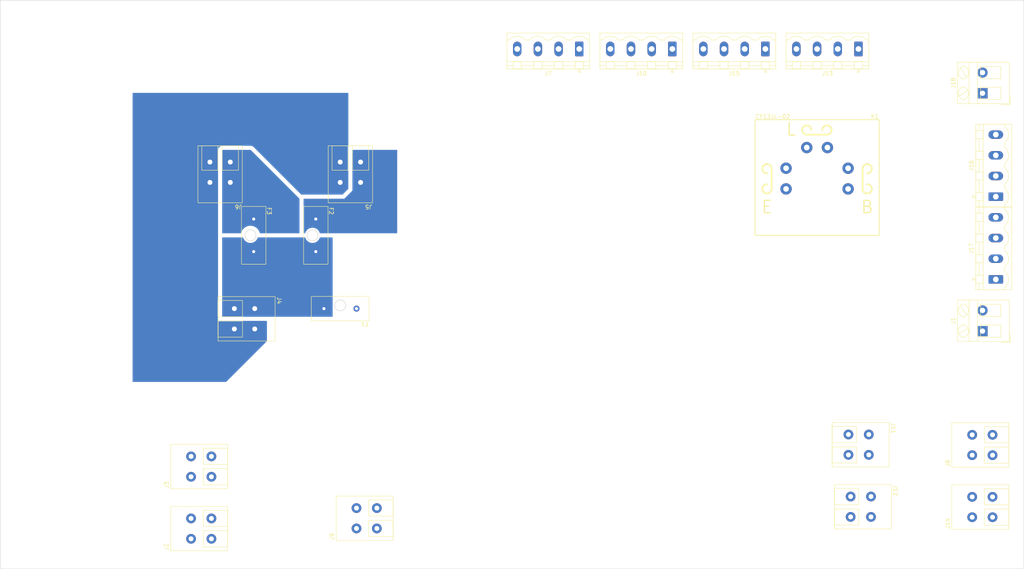
<source format=kicad_pcb>
(kicad_pcb (version 20211014) (generator pcbnew)
  (layers (0 "F.Cu" signal) (31 "B.Cu" signal) (34 "B.Paste" user) (35 "F.Paste" user) (36 "B.SilkS" user "B.Silkscreen") (37 "F.SilkS" user "F.Silkscreen") (38 "B.Mask" user) (39 "F.Mask" user) (44 "Edge.Cuts" user))
  (net 0 "")
  (net 1 "Net-(F1-Pad1)")
  (net 2 "Net-(J16-Pad3)")
  (net 3 "GND1")
  (net 4 "Net-(J12-Pad1)")
  (net 5 "Net-(J12-Pad2)")
  (net 6 "Net-(J1-Pad1)")
  (net 7 "Net-(J2-Pad1)")
  (net 8 "GND")
  (net 9 "Net-(F1-Pad2)")
  (net 10 "Net-(F2-Pad1)")
  (net 11 "Net-(F3-Pad1)")
  (net 12 "Net-(J11-Pad1)")
  (net 13 "Net-(J11-Pad2)")
  (net 15 "Net-(J10-Pad2)")
  (net 16 "Net-(J13-Pad3)")
  (net 18 "Net-(J10-Pad3)")
  (net 19 "Net-(J13-Pad1)")
  (footprint "circuit:Littelfuse_FuseHolder_FL1_178.6764.0001" (layer "F.Cu") (at 108 73 -90)
    (fp_text reference "F2" (at -6.985 -3.81 -90 unlocked) (layer "F.SilkS") (effects (justify left)))
    (fp_text value "25A")
    (fp_rect (start -7.1 -3) (end 7.1 3) (layer "F.SilkS") (width 0.12) (fill none))
    (fp_circle (center 0 0.8) (end 1.35 0.8) (layer "Edge.Cuts") (width 0.12) (fill none))
    (pad "1" thru_hole circle (at -4 0 270) (size 1.5 1.5) (drill 0.75) (layers *.Cu *.Mask) (net 10 "Net-(F2-Pad1)"))
    (pad "2" thru_hole circle (at 4 0 270) (size 1.5 1.5) (drill 0.75) (layers *.Cu *.Mask) (net 9 "Net-(F1-Pad2)"))
  )
  (footprint "circuit:Littelfuse_FuseHolder_FL1_178.6764.0001" (layer "F.Cu") (at 114 91 180)
    (fp_text reference "F1" (at -6.985 -3.81 180 unlocked) (layer "F.SilkS") (effects (justify left)))
    (fp_text value "5A")
    (fp_rect (start -7.1 -3) (end 7.1 3) (layer "F.SilkS") (width 0.12) (fill none))
    (fp_circle (center 0 0.8) (end 1.35 0.8) (layer "Edge.Cuts") (width 0.12) (fill none))
    (pad "1" thru_hole circle (at -4 0 180) (size 1.5 1.5) (drill 0.75) (layers *.Cu *.Mask) (net 1 "Net-(F1-Pad1)"))
    (pad "2" thru_hole circle (at 4 0 180) (size 1.5 1.5) (drill 0.75) (layers *.Cu *.Mask) (net 9 "Net-(F1-Pad2)"))
  )
  (footprint "circuit:Generic_HeaderSocket_1x04_P5.08mm_Vertical_Open" (layer "F.Cu") (at 241.3 27.2175 180)
    (fp_text reference "J13" (at 7.62 -6) (layer "F.SilkS"))
    (fp_text value "Conn_Feux_ArG")
    (fp_line (start 17.78 -4.1) (end 16.35 -4.1) (layer "F.SilkS") (width 0.12))
    (fp_line (start 17.78 -4.91) (end 17.78 3.91) (layer "F.SilkS") (width 0.12))
    (fp_line (start 6.08 -4.1) (end 9.16 -4.1) (layer "F.SilkS") (width 0.12))
    (fp_line (start -2.54 -3.1) (end 17.78 -3.1) (layer "F.SilkS") (width 0.12))
    (fp_line (start 2 2.2) (end 3.08 2.2) (layer "F.SilkS") (width 0.12))
    (fp_line (start -2 2.2) (end -2.54 2.2) (layer "F.SilkS") (width 0.12))
    (fp_line (start 11.16 -4.1) (end 14.24 -4.1) (layer "F.SilkS") (width 0.12))
    (fp_line (start 1 -3.1) (end -1 -3.1) (layer "F.SilkS") (width 0.12))
    (fp_line (start 17.78 -4.91) (end -2.54 -4.91) (layer "F.SilkS") (width 0.12))
    (fp_line (start -1 -3.1) (end -1 -4.91) (layer "F.SilkS") (width 0.12))
    (fp_line (start 11.16 -3.1) (end 9.16 -3.1) (layer "F.SilkS") (width 0.12))
    (fp_line (start 17.78 2.2) (end 17.24 2.2) (layer "F.SilkS") (width 0.12))
    (fp_line (start 0 -5.11) (end -0.3 -5.71) (layer "F.SilkS") (width 0.12))
    (fp_line (start 14.24 -3.1) (end 14.24 -4.91) (layer "F.SilkS") (width 0.12))
    (fp_line (start -2.54 3.91) (end 17.78 3.91) (layer "F.SilkS") (width 0.12))
    (fp_line (start 6.08 -4.91) (end 6.08 -3.1) (layer "F.SilkS") (width 0.12))
    (fp_line (start -1 -4.91) (end 1 -4.91) (layer "F.SilkS") (width 0.12))
    (fp_line (start 6.08 -3.1) (end 4.08 -3.1) (layer "F.SilkS") (width 0.12))
    (fp_line (start 4.08 -4.91) (end 6.08 -4.91) (layer "F.SilkS") (width 0.12))
    (fp_line (start 7.08 2.2) (end 8.16 2.2) (layer "F.SilkS") (width 0.12))
    (fp_line (start 14.24 -4.91) (end 16.24 -4.91) (layer "F.SilkS") (width 0.12))
    (fp_line (start 9.16 -3.1) (end 9.16 -4.91) (layer "F.SilkS") (width 0.12))
    (fp_line (start 1 -4.1) (end 4.08 -4.1) (layer "F.SilkS") (width 0.12))
    (fp_line (start -2.54 -4.91) (end -2.54 3.91) (layer "F.SilkS") (width 0.12))
    (fp_line (start 4.08 -3.1) (end 4.08 -4.91) (layer "F.SilkS") (width 0.12))
    (fp_line (start 16.24 -3.1) (end 14.24 -3.1) (layer "F.SilkS") (width 0.12))
    (fp_line (start 12.16 2.2) (end 13.24 2.2) (layer "F.SilkS") (width 0.12))
    (fp_line (start 9.16 -4.91) (end 11.16 -4.91) (layer "F.SilkS") (width 0.12))
    (fp_line (start 1 -4.91) (end 1 -3.1) (layer "F.SilkS") (width 0.12))
    (fp_line (start -0.3 -5.71) (end 0.3 -5.71) (layer "F.SilkS") (width 0.12))
    (fp_line (start 11.16 -4.91) (end 11.16 -3.1) (layer "F.SilkS") (width 0.12))
    (fp_line (start 0.3 -5.71) (end 0 -5.11) (layer "F.SilkS") (width 0.12))
    (fp_line (start 16.24 -4.91) (end 16.24 -3.1) (layer "F.SilkS") (width 0.12))
    (fp_line (start -2.54 -4.1) (end -1.11 -4.1) (layer "F.SilkS") (width 0.12))
    (fp_arc (start 1.986842 2.215821) (mid -0.010289 3.142758) (end -2 2.2) (layer "F.SilkS") (width 0.12))
    (fp_arc (start 7.066842 2.215821) (mid 5.069711 3.142758) (end 3.08 2.2) (layer "F.SilkS") (width 0.12))
    (fp_arc (start 12.146842 2.215821) (mid 10.149711 3.142758) (end 8.16 2.2) (layer "F.SilkS") (width 0.12))
    (fp_arc (start 17.226842 2.215821) (mid 15.229711 3.142758) (end 13.24 2.2) (layer "F.SilkS") (width 0.12))
    (pad "1" thru_hole roundrect (at 0 0 180) (size 2.08 3.6) (drill 1.4) (layers *.Cu *.Mask) (roundrect_rratio 0.120192) (net 19 "Net-(J13-Pad1)"))
    (pad "2" thru_hole oval (at 5.08 0 180) (size 2.08 3.6) (drill 1.4) (layers *.Cu *.Mask) (net 15 "Net-(J10-Pad2)"))
    (pad "3" thru_hole oval (at 10.16 0 180) (size 2.08 3.6) (drill 1.4) (layers *.Cu *.Mask) (net 16 "Net-(J13-Pad3)"))
    (pad "4" thru_hole oval (at 15.24 0 180) (size 2.08 3.6) (drill 1.4) (layers *.Cu *.Mask) (net 3 "GND1"))
  )
  (footprint "circuit:TerminalBlock_Amphenol_HG0200X0000G_1x02_P5.00mm_45Degree" (layer "F.Cu") (at 244.38 137.16 -90)
    (fp_text reference "J12" (at -2.95 -6 -90 unlocked) (layer "F.SilkS") (effects (justify left)))
    (fp_text value "Conn_MPPT_In")
    (fp_rect (start 3.047094 9) (end 7 3) (layer "F.SilkS") (width 0.12) (fill none))
    (fp_rect (start -2 9) (end 2 3) (layer "F.SilkS") (width 0.12) (fill none))
    (fp_rect (start -2.95 9) (end 7.95 -5) (layer "F.SilkS") (width 0.12) (fill none))
    (pad "1" thru_hole circle (at 0 5 270) (size 2.4 2.4) (drill 1.2) (layers *.Cu *.Mask) (net 4 "Net-(J12-Pad1)"))
    (pad "1" thru_hole circle (at 0 0 270) (size 2.4 2.4) (drill 1.2) (layers *.Cu *.Mask) (net 4 "Net-(J12-Pad1)"))
    (pad "2" thru_hole circle (at 5 5 270) (size 2.4 2.4) (drill 1.2) (layers *.Cu *.Mask) (net 5 "Net-(J12-Pad2)"))
    (pad "2" thru_hole circle (at 5 0 270) (size 2.4 2.4) (drill 1.2) (layers *.Cu *.Mask) (net 5 "Net-(J12-Pad2)"))
  )
  (footprint "circuit:Littelfuse_FuseHolder_FL1_178.6764.0001" (layer "F.Cu") (at 92.75 73 -90)
    (fp_text reference "F3" (at -6.985 -3.81 -90 unlocked) (layer "F.SilkS") (effects (justify left)))
    (fp_text value "25A")
    (fp_rect (start -7.1 -3) (end 7.1 3) (layer "F.SilkS") (width 0.12) (fill none))
    (fp_circle (center 0 0.8) (end 1.35 0.8) (layer "Edge.Cuts") (width 0.12) (fill none))
    (pad "1" thru_hole circle (at -4 0 270) (size 1.5 1.5) (drill 0.75) (layers *.Cu *.Mask) (net 11 "Net-(F3-Pad1)"))
    (pad "2" thru_hole circle (at 4 0 270) (size 1.5 1.5) (drill 0.75) (layers *.Cu *.Mask) (net 9 "Net-(F1-Pad2)"))
  )
  (footprint "circuit:Generic_HeaderSocket_1x04_P5.08mm_Vertical_Open" (layer "F.Cu") (at 218.44 27.2175 180)
    (fp_text reference "J15" (at 7.62 -6) (layer "F.SilkS"))
    (fp_text value "Conn_Feux_ArD")
    (fp_line (start -2.54 -4.1) (end -1.11 -4.1) (layer "F.SilkS") (width 0.12))
    (fp_line (start 17.78 2.2) (end 17.24 2.2) (layer "F.SilkS") (width 0.12))
    (fp_line (start 1 -4.91) (end 1 -3.1) (layer "F.SilkS") (width 0.12))
    (fp_line (start 2 2.2) (end 3.08 2.2) (layer "F.SilkS") (width 0.12))
    (fp_line (start -2.54 -3.1) (end 17.78 -3.1) (layer "F.SilkS") (width 0.12))
    (fp_line (start 14.24 -4.91) (end 16.24 -4.91) (layer "F.SilkS") (width 0.12))
    (fp_line (start 11.16 -4.1) (end 14.24 -4.1) (layer "F.SilkS") (width 0.12))
    (fp_line (start 4.08 -3.1) (end 4.08 -4.91) (layer "F.SilkS") (width 0.12))
    (fp_line (start 14.24 -3.1) (end 14.24 -4.91) (layer "F.SilkS") (width 0.12))
    (fp_line (start 9.16 -4.91) (end 11.16 -4.91) (layer "F.SilkS") (width 0.12))
    (fp_line (start 17.78 -4.91) (end 17.78 3.91) (layer "F.SilkS") (width 0.12))
    (fp_line (start -2.54 -4.91) (end -2.54 3.91) (layer "F.SilkS") (width 0.12))
    (fp_line (start -1 -3.1) (end -1 -4.91) (layer "F.SilkS") (width 0.12))
    (fp_line (start 1 -4.1) (end 4.08 -4.1) (layer "F.SilkS") (width 0.12))
    (fp_line (start 4.08 -4.91) (end 6.08 -4.91) (layer "F.SilkS") (width 0.12))
    (fp_line (start 0.3 -5.71) (end 0 -5.11) (layer "F.SilkS") (width 0.12))
    (fp_line (start -0.3 -5.71) (end 0.3 -5.71) (layer "F.SilkS") (width 0.12))
    (fp_line (start 6.08 -4.1) (end 9.16 -4.1) (layer "F.SilkS") (width 0.12))
    (fp_line (start 11.16 -3.1) (end 9.16 -3.1) (layer "F.SilkS") (width 0.12))
    (fp_line (start 0 -5.11) (end -0.3 -5.71) (layer "F.SilkS") (width 0.12))
    (fp_line (start 17.78 -4.1) (end 16.35 -4.1) (layer "F.SilkS") (width 0.12))
    (fp_line (start 12.16 2.2) (end 13.24 2.2) (layer "F.SilkS") (width 0.12))
    (fp_line (start 9.16 -3.1) (end 9.16 -4.91) (layer "F.SilkS") (width 0.12))
    (fp_line (start -1 -4.91) (end 1 -4.91) (layer "F.SilkS") (width 0.12))
    (fp_line (start 16.24 -4.91) (end 16.24 -3.1) (layer "F.SilkS") (width 0.12))
    (fp_line (start 11.16 -4.91) (end 11.16 -3.1) (layer "F.SilkS") (width 0.12))
    (fp_line (start -2 2.2) (end -2.54 2.2) (layer "F.SilkS") (width 0.12))
    (fp_line (start 16.24 -3.1) (end 14.24 -3.1) (layer "F.SilkS") (width 0.12))
    (fp_line (start 6.08 -3.1) (end 4.08 -3.1) (layer "F.SilkS") (width 0.12))
    (fp_line (start 7.08 2.2) (end 8.16 2.2) (layer "F.SilkS") (width 0.12))
    (fp_line (start 1 -3.1) (end -1 -3.1) (layer "F.SilkS") (width 0.12))
    (fp_line (start 17.78 -4.91) (end -2.54 -4.91) (layer "F.SilkS") (width 0.12))
    (fp_line (start -2.54 3.91) (end 17.78 3.91) (layer "F.SilkS") (width 0.12))
    (fp_line (start 6.08 -4.91) (end 6.08 -3.1) (layer "F.SilkS") (width 0.12))
    (fp_arc (start 12.146842 2.215821) (mid 10.149711 3.142758) (end 8.16 2.2) (layer "F.SilkS") (width 0.12))
    (fp_arc (start 17.226842 2.215821) (mid 15.229711 3.142758) (end 13.24 2.2) (layer "F.SilkS") (width 0.12))
    (fp_arc (start 7.066842 2.215821) (mid 5.069711 3.142758) (end 3.08 2.2) (layer "F.SilkS") (width 0.12))
    (fp_arc (start 1.986842 2.215821) (mid -0.010289 3.142758) (end -2 2.2) (layer "F.SilkS") (width 0.12))
    (pad "1" thru_hole roundrect (at 0 0 180) (size 2.08 3.6) (drill 1.4) (layers *.Cu *.Mask) (roundrect_rratio 0.120192) (net 19 "Net-(J13-Pad1)"))
    (pad "2" thru_hole oval (at 5.08 0 180) (size 2.08 3.6) (drill 1.4) (layers *.Cu *.Mask) (net 15 "Net-(J10-Pad2)"))
    (pad "3" thru_hole oval (at 10.16 0 180) (size 2.08 3.6) (drill 1.4) (layers *.Cu *.Mask) (net 18 "Net-(J10-Pad3)"))
    (pad "4" thru_hole oval (at 15.24 0 180) (size 2.08 3.6) (drill 1.4) (layers *.Cu *.Mask) (net 3 "GND1"))
  )
  (footprint "circuit:TerminalBlock_Amphenol_HG0200X0000G_1x02_P5.00mm_45Degree" (layer "F.Cu") (at 269.24 127 90)
    (fp_text reference "J8" (at -2.95 -6 90 unlocked) (layer "F.SilkS") (effects (justify left)))
    (fp_text value "Conn_Batterie_Charge")
    (fp_rect (start 3.047094 9) (end 7 3) (layer "F.SilkS") (width 0.12) (fill none))
    (fp_rect (start -2 9) (end 2 3) (layer "F.SilkS") (width 0.12) (fill none))
    (fp_rect (start -2.95 9) (end 7.95 -5) (layer "F.SilkS") (width 0.12) (fill none))
    (pad "1" thru_hole circle (at 0 0 90) (size 2.4 2.4) (drill 1.2) (layers *.Cu *.Mask) (net 12 "Net-(J11-Pad1)"))
    (pad "1" thru_hole circle (at 0 5 90) (size 2.4 2.4) (drill 1.2) (layers *.Cu *.Mask) (net 12 "Net-(J11-Pad1)"))
    (pad "2" thru_hole circle (at 5 5 90) (size 2.4 2.4) (drill 1.2) (layers *.Cu *.Mask) (net 13 "Net-(J11-Pad2)"))
    (pad "2" thru_hole circle (at 5 0 90) (size 2.4 2.4) (drill 1.2) (layers *.Cu *.Mask) (net 13 "Net-(J11-Pad2)"))
  )
  (footprint "circuit:TerminalBlock_Amphenol_HG0200X0000G_1x02_P5.00mm_45Degree" (layer "F.Cu") (at 93 91 -90)
    (fp_text reference "J4" (at -2.95 -6 -90 unlocked) (layer "F.SilkS") (effects (justify left)))
    (fp_text value "Conn_Convertisseur12V_Out")
    (fp_rect (start -2.95 9) (end 7.95 -5) (layer "F.SilkS") (width 0.12) (fill none))
    (fp_rect (start -2 9) (end 2 3) (layer "F.SilkS") (width 0.12) (fill none))
    (fp_rect (start 3.047094 9) (end 7 3) (layer "F.SilkS") (width 0.12) (fill none))
    (pad "1" thru_hole circle (at 0 0 270) (size 2.4 2.4) (drill 1.2) (layers *.Cu *.Mask) (net 9 "Net-(F1-Pad2)"))
    (pad "1" thru_hole circle (at 0 5 270) (size 2.4 2.4) (drill 1.2) (layers *.Cu *.Mask) (net 9 "Net-(F1-Pad2)"))
    (pad "2" thru_hole circle (at 5 5 270) (size 2.4 2.4) (drill 1.2) (layers *.Cu *.Mask) (net 3 "GND1"))
    (pad "2" thru_hole circle (at 5 0 270) (size 2.4 2.4) (drill 1.2) (layers *.Cu *.Mask) (net 3 "GND1"))
  )
  (footprint "circuit:Generic_HeaderSocket_1x04_P5.08mm_Vertical_Open" (layer "F.Cu") (at 172.72 27.2175 180)
    (fp_text reference "J7" (at 7.62 -6) (layer "F.SilkS"))
    (fp_text value "Conn_Feux_AvG")
    (fp_line (start 6.08 -3.1) (end 4.08 -3.1) (layer "F.SilkS") (width 0.12))
    (fp_line (start 16.24 -4.91) (end 16.24 -3.1) (layer "F.SilkS") (width 0.12))
    (fp_line (start 6.08 -4.91) (end 6.08 -3.1) (layer "F.SilkS") (width 0.12))
    (fp_line (start 11.16 -3.1) (end 9.16 -3.1) (layer "F.SilkS") (width 0.12))
    (fp_line (start 17.78 -4.1) (end 16.35 -4.1) (layer "F.SilkS") (width 0.12))
    (fp_line (start -2.54 3.91) (end 17.78 3.91) (layer "F.SilkS") (width 0.12))
    (fp_line (start 14.24 -4.91) (end 16.24 -4.91) (layer "F.SilkS") (width 0.12))
    (fp_line (start 9.16 -3.1) (end 9.16 -4.91) (layer "F.SilkS") (width 0.12))
    (fp_line (start 6.08 -4.1) (end 9.16 -4.1) (layer "F.SilkS") (width 0.12))
    (fp_line (start 1 -4.91) (end 1 -3.1) (layer "F.SilkS") (width 0.12))
    (fp_line (start 0 -5.11) (end -0.3 -5.71) (layer "F.SilkS") (width 0.12))
    (fp_line (start 11.16 -4.91) (end 11.16 -3.1) (layer "F.SilkS") (width 0.12))
    (fp_line (start 7.08 2.2) (end 8.16 2.2) (layer "F.SilkS") (width 0.12))
    (fp_line (start -1 -3.1) (end -1 -4.91) (layer "F.SilkS") (width 0.12))
    (fp_line (start 9.16 -4.91) (end 11.16 -4.91) (layer "F.SilkS") (width 0.12))
    (fp_line (start 17.78 -4.91) (end -2.54 -4.91) (layer "F.SilkS") (width 0.12))
    (fp_line (start 1 -3.1) (end -1 -3.1) (layer "F.SilkS") (width 0.12))
    (fp_line (start 12.16 2.2) (end 13.24 2.2) (layer "F.SilkS") (width 0.12))
    (fp_line (start -2.54 -4.1) (end -1.11 -4.1) (layer "F.SilkS") (width 0.12))
    (fp_line (start -2.54 -3.1) (end 17.78 -3.1) (layer "F.SilkS") (width 0.12))
    (fp_line (start -1 -4.91) (end 1 -4.91) (layer "F.SilkS") (width 0.12))
    (fp_line (start 14.24 -3.1) (end 14.24 -4.91) (layer "F.SilkS") (width 0.12))
    (fp_line (start 16.24 -3.1) (end 14.24 -3.1) (layer "F.SilkS") (width 0.12))
    (fp_line (start 17.78 -4.91) (end 17.78 3.91) (layer "F.SilkS") (width 0.12))
    (fp_line (start 1 -4.1) (end 4.08 -4.1) (layer "F.SilkS") (width 0.12))
    (fp_line (start 11.16 -4.1) (end 14.24 -4.1) (layer "F.SilkS") (width 0.12))
    (fp_line (start 0.3 -5.71) (end 0 -5.11) (layer "F.SilkS") (width 0.12))
    (fp_line (start 4.08 -4.91) (end 6.08 -4.91) (layer "F.SilkS") (width 0.12))
    (fp_line (start 4.08 -3.1) (end 4.08 -4.91) (layer "F.SilkS") (width 0.12))
    (fp_line (start -2 2.2) (end -2.54 2.2) (layer "F.SilkS") (width 0.12))
    (fp_line (start 17.78 2.2) (end 17.24 2.2) (layer "F.SilkS") (width 0.12))
    (fp_line (start -2.54 -4.91) (end -2.54 3.91) (layer "F.SilkS") (width 0.12))
    (fp_line (start 2 2.2) (end 3.08 2.2) (layer "F.SilkS") (width 0.12))
    (fp_line (start -0.3 -5.71) (end 0.3 -5.71) (layer "F.SilkS") (width 0.12))
    (fp_arc (start 12.146842 2.215821) (mid 10.149711 3.142758) (end 8.16 2.2) (layer "F.SilkS") (width 0.12))
    (fp_arc (start 17.226842 2.215821) (mid 15.229711 3.142758) (end 13.24 2.2) (layer "F.SilkS") (width 0.12))
    (fp_arc (start 1.986842 2.215821) (mid -0.010289 3.142758) (end -2 2.2) (layer "F.SilkS") (width 0.12))
    (fp_arc (start 7.066842 2.215821) (mid 5.069711 3.142758) (end 3.08 2.2) (layer "F.SilkS") (width 0.12))
    (pad "1" thru_hole roundrect (at 0 0 180) (size 2.08 3.6) (drill 1.4) (layers *.Cu *.Mask) (roundrect_rratio 0.120192))
    (pad "2" thru_hole oval (at 5.08 0 180) (size 2.08 3.6) (drill 1.4) (layers *.Cu *.Mask) (net 15 "Net-(J10-Pad2)"))
    (pad "3" thru_hole oval (at 10.16 0 180) (size 2.08 3.6) (drill 1.4) (layers *.Cu *.Mask) (net 16 "Net-(J13-Pad3)"))
    (pad "4" thru_hole oval (at 15.24 0 180) (size 2.08 3.6) (drill 1.4) (layers *.Cu *.Mask) (net 3 "GND1"))
  )
  (footprint "circuit:TerminalBlock_Amphenol_HG0200X0000G_1x02_P5.00mm_45Degree" (layer "F.Cu") (at 77.36 132.3 90)
    (fp_text reference "J3" (at -2.95 -6 90 unlocked) (layer "F.SilkS") (effects (justify left)))
    (fp_text value "Conn_Convertisseur12V_In")
    (fp_rect (start -2.95 9) (end 7.95 -5) (layer "F.SilkS") (width 0.12) (fill none))
    (fp_rect (start 3.047094 9) (end 7 3) (layer "F.SilkS") (width 0.12) (fill none))
    (fp_rect (start -2 9) (end 2 3) (layer "F.SilkS") (width 0.12) (fill none))
    (pad "1" thru_hole circle (at 0 5 90) (size 2.4 2.4) (drill 1.2) (layers *.Cu *.Mask) (net 7 "Net-(J2-Pad1)"))
    (pad "1" thru_hole circle (at 0 0 90) (size 2.4 2.4) (drill 1.2) (layers *.Cu *.Mask) (net 7 "Net-(J2-Pad1)"))
    (pad "2" thru_hole circle (at 5 0 90) (size 2.4 2.4) (drill 1.2) (layers *.Cu *.Mask) (net 8 "GND"))
    (pad "2" thru_hole circle (at 5 5 90) (size 2.4 2.4) (drill 1.2) (layers *.Cu *.Mask) (net 8 "GND"))
  )
  (footprint "circuit:TerminalBlock_Amphenol_HG0200X0000G_1x02_P5.00mm_45Degree" (layer "F.Cu") (at 77.36 147.54 90)
    (fp_text reference "J2" (at -2.95 -6 90 unlocked) (layer "F.SilkS") (effects (justify left)))
    (fp_text value "Conn_Moteur")
    (fp_rect (start 3.047094 9) (end 7 3) (layer "F.SilkS") (width 0.12) (fill none))
    (fp_rect (start -2.95 9) (end 7.95 -5) (layer "F.SilkS") (width 0.12) (fill none))
    (fp_rect (start -2 9) (end 2 3) (layer "F.SilkS") (width 0.12) (fill none))
    (pad "1" thru_hole circle (at 0 0 90) (size 2.4 2.4) (drill 1.2) (layers *.Cu *.Mask) (net 7 "Net-(J2-Pad1)"))
    (pad "1" thru_hole circle (at 0 5 90) (size 2.4 2.4) (drill 1.2) (layers *.Cu *.Mask) (net 7 "Net-(J2-Pad1)"))
    (pad "2" thru_hole circle (at 5 0 90) (size 2.4 2.4) (drill 1.2) (layers *.Cu *.Mask) (net 8 "GND"))
    (pad "2" thru_hole circle (at 5 5 90) (size 2.4 2.4) (drill 1.2) (layers *.Cu *.Mask) (net 8 "GND"))
  )
  (footprint "circuit:TerminalBlock_Amphenol_HG0200X0000G_1x02_P5.00mm_45Degree" (layer "F.Cu") (at 87 60 180)
    (fp_text reference "J6" (at -2.95 -6 180 unlocked) (layer "F.SilkS") (effects (justify left)))
    (fp_text value "Conn_12V_Out")
    (fp_rect (start -2.95 9) (end 7.95 -5) (layer "F.SilkS") (width 0.12) (fill none))
    (fp_rect (start -2 9) (end 2 3) (layer "F.SilkS") (width 0.12) (fill none))
    (fp_rect (start 3.047094 9) (end 7 3) (layer "F.SilkS") (width 0.12) (fill none))
    (pad "1" thru_hole circle (at 0 5 180) (size 2.4 2.4) (drill 1.2) (layers *.Cu *.Mask) (net 11 "Net-(F3-Pad1)"))
    (pad "1" thru_hole circle (at 0 0 180) (size 2.4 2.4) (drill 1.2) (layers *.Cu *.Mask) (net 11 "Net-(F3-Pad1)"))
    (pad "2" thru_hole circle (at 5 0 180) (size 2.4 2.4) (drill 1.2) (layers *.Cu *.Mask) (net 3 "GND1"))
    (pad "2" thru_hole circle (at 5 5 180) (size 2.4 2.4) (drill 1.2) (layers *.Cu *.Mask) (net 3 "GND1"))
  )
  (footprint "circuit:Generic_HeaderSocket_1x04_P5.08mm_Vertical_Open" (layer "F.Cu") (at 275.0425 63.5 90)
    (fp_text reference "J16" (at 7.62 -6 90) (layer "F.SilkS"))
    (fp_text value "Conn_Comodo_A")
    (fp_line (start 7.08 2.2) (end 8.16 2.2) (layer "F.SilkS") (width 0.12))
    (fp_line (start 11.16 -4.1) (end 14.24 -4.1) (layer "F.SilkS") (width 0.12))
    (fp_line (start -0.3 -5.71) (end 0.3 -5.71) (layer "F.SilkS") (width 0.12))
    (fp_line (start 2 2.2) (end 3.08 2.2) (layer "F.SilkS") (width 0.12))
    (fp_line (start 16.24 -4.91) (end 16.24 -3.1) (layer "F.SilkS") (width 0.12))
    (fp_line (start 1 -3.1) (end -1 -3.1) (layer "F.SilkS") (width 0.12))
    (fp_line (start 1 -4.91) (end 1 -3.1) (layer "F.SilkS") (width 0.12))
    (fp_line (start -1 -3.1) (end -1 -4.91) (layer "F.SilkS") (width 0.12))
    (fp_line (start 17.78 -4.91) (end 17.78 3.91) (layer "F.SilkS") (width 0.12))
    (fp_line (start 0 -5.11) (end -0.3 -5.71) (layer "F.SilkS") (width 0.12))
    (fp_line (start -2.54 -4.91) (end -2.54 3.91) (layer "F.SilkS") (width 0.12))
    (fp_line (start 4.08 -3.1) (end 4.08 -4.91) (layer "F.SilkS") (width 0.12))
    (fp_line (start 6.08 -4.91) (end 6.08 -3.1) (layer "F.SilkS") (width 0.12))
    (fp_line (start 17.78 -4.1) (end 16.35 -4.1) (layer "F.SilkS") (width 0.12))
    (fp_line (start 11.16 -4.91) (end 11.16 -3.1) (layer "F.SilkS") (width 0.12))
    (fp_line (start -2.54 -3.1) (end 17.78 -3.1) (layer "F.SilkS") (width 0.12))
    (fp_line (start 11.16 -3.1) (end 9.16 -3.1) (layer "F.SilkS") (width 0.12))
    (fp_line (start 1 -4.1) (end 4.08 -4.1) (layer "F.SilkS") (width 0.12))
    (fp_line (start 9.16 -4.91) (end 11.16 -4.91) (layer "F.SilkS") (width 0.12))
    (fp_line (start 0.3 -5.71) (end 0 -5.11) (layer "F.SilkS") (width 0.12))
    (fp_line (start -1 -4.91) (end 1 -4.91) (layer "F.SilkS") (width 0.12))
    (fp_line (start 4.08 -4.91) (end 6.08 -4.91) (layer "F.SilkS") (width 0.12))
    (fp_line (start 6.08 -3.1) (end 4.08 -3.1) (layer "F.SilkS") (width 0.12))
    (fp_line (start 14.24 -4.91) (end 16.24 -4.91) (layer "F.SilkS") (width 0.12))
    (fp_line (start 17.78 2.2) (end 17.24 2.2) (layer "F.SilkS") (width 0.12))
    (fp_line (start 9.16 -3.1) (end 9.16 -4.91) (layer "F.SilkS") (width 0.12))
    (fp_line (start 6.08 -4.1) (end 9.16 -4.1) (layer "F.SilkS") (width 0.12))
    (fp_line (start 12.16 2.2) (end 13.24 2.2) (layer "F.SilkS") (width 0.12))
    (fp_line (start 14.24 -3.1) (end 14.24 -4.91) (layer "F.SilkS") (width 0.12))
    (fp_line (start 17.78 -4.91) (end -2.54 -4.91) (layer "F.SilkS") (width 0.12))
    (fp_line (start -2.54 -4.1) (end -1.11 -4.1) (layer "F.SilkS") (width 0.12))
    (fp_line (start -2 2.2) (end -2.54 2.2) (layer "F.SilkS") (width 0.12))
    (fp_line (start 16.24 -3.1) (end 14.24 -3.1) (layer "F.SilkS") (width 0.12))
    (fp_line (start -2.54 3.91) (end 17.78 3.91) (layer "F.SilkS") (width 0.12))
    (fp_arc (start 7.066842 2.215821) (mid 5.069711 3.142758) (end 3.08 2.2) (layer "F.SilkS") (width 0.12))
    (fp_arc (start 1.986842 2.215821) (mid -0.010289 3.142758) (end -2 2.2) (layer "F.SilkS") (width 0.12))
    (fp_arc (start 17.226842 2.215821) (mid 15.229711 3.142758) (end 13.24 2.2) (layer "F.SilkS") (width 0.12))
    (fp_arc (start 12.146842 2.215821) (mid 10.149711 3.142758) (end 8.16 2.2) (layer "F.SilkS") (width 0.12))
    (pad "1" thru_hole roundrect (at 0 0 90) (size 2.08 3.6) (drill 1.4) (layers *.Cu *.Mask) (roundrect_rratio 0.120192) (net 1 "Net-(F1-Pad1)"))
    (pad "2" thru_hole oval (at 5.08 0 90) (size 2.08 3.6) (drill 1.4) (layers *.Cu *.Mask) (net 1 "Net-(F1-Pad1)"))
    (pad "3" thru_hole oval (at 10.16 0 90) (size 2.08 3.6) (drill 1.4) (layers *.Cu *.Mask) (net 2 "Net-(J16-Pad3)"))
    (pad "4" thru_hole oval (at 15.24 0 90) (size 2.08 3.6) (drill 1.4) (layers *.Cu *.Mask) (net 18 "Net-(J10-Pad3)"))
  )
  (footprint "circuit:TerminalBlock_Amphenol_HG0200X0000G_1x02_P5.00mm_45Degree" (layer "F.Cu") (at 269.24 142.24 90)
    (fp_text reference "J14" (at -2.95 -6 90 unlocked) (layer "F.SilkS") (effects (justify left)))
    (fp_text value "Conn_Panneau")
    (fp_rect (start 3.047094 9) (end 7 3) (layer "F.SilkS") (width 0.12) (fill none))
    (fp_rect (start -2.95 9) (end 7.95 -5) (layer "F.SilkS") (width 0.12) (fill none))
    (fp_rect (start -2 9) (end 2 3) (layer "F.SilkS") (width 0.12) (fill none))
    (pad "1" thru_hole circle (at 0 5 90) (size 2.4 2.4) (drill 1.2) (layers *.Cu *.Mask) (net 4 "Net-(J12-Pad1)"))
    (pad "1" thru_hole circle (at 0 0 90) (size 2.4 2.4) (drill 1.2) (layers *.Cu *.Mask) (net 4 "Net-(J12-Pad1)"))
    (pad "2" thru_hole circle (at 5 0 90) (size 2.4 2.4) (drill 1.2) (layers *.Cu *.Mask) (net 5 "Net-(J12-Pad2)"))
    (pad "2" thru_hole circle (at 5 5 90) (size 2.4 2.4) (drill 1.2) (layers *.Cu *.Mask) (net 5 "Net-(J12-Pad2)"))
  )
  (footprint "circuit:TerminalBlock_Amphenol_HG0200X0000G_1x02_P5.00mm_45Degree" (layer "F.Cu") (at 118 145 90)
    (fp_text reference "J9" (at -2.95 -6 90 unlocked) (layer "F.SilkS") (effects (justify left)))
    (fp_text value "Conn_Batterie_Puissance")
    (fp_rect (start -2 9) (end 2 3) (layer "F.SilkS") (width 0.12) (fill none))
    (fp_rect (start -2.95 9) (end 7.95 -5) (layer "F.SilkS") (width 0.12) (fill none))
    (fp_rect (start 3.047094 9) (end 7 3) (layer "F.SilkS") (width 0.12) (fill none))
    (pad "1" thru_hole circle (at 0 0 90) (size 2.4 2.4) (drill 1.2) (layers *.Cu *.Mask) (net 7 "Net-(J2-Pad1)"))
    (pad "1" thru_hole circle (at 0 5 90) (size 2.4 2.4) (drill 1.2) (layers *.Cu *.Mask) (net 7 "Net-(J2-Pad1)"))
    (pad "2" thru_hole circle (at 5 5 90) (size 2.4 2.4) (drill 1.2) (layers *.Cu *.Mask) (net 8 "GND"))
    (pad "2" thru_hole circle (at 5 0 90) (size 2.4 2.4) (drill 1.2) (layers *.Cu *.Mask) (net 8 "GND"))
  )
  (footprint "circuit:TerminalBlock_Amphenol_HG0200X0000G_1x02_P5.00mm_45Degree" (layer "F.Cu") (at 119 60 180)
    (fp_text reference "J5" (at -2.95 -6 180 unlocked) (layer "F.SilkS") (effects (justify left)))
    (fp_text value "Conn_12V_Out")
    (fp_rect (start 3.047094 9) (end 7 3) (layer "F.SilkS") (width 0.12) (fill none))
    (fp_rect (start -2 9) (end 2 3) (layer "F.SilkS") (width 0.12) (fill none))
    (fp_rect (start -2.95 9) (end 7.95 -5) (layer "F.SilkS") (width 0.12) (fill none))
    (pad "1" thru_hole circle (at 0 5 180) (size 2.4 2.4) (drill 1.2) (layers *.Cu *.Mask) (net 10 "Net-(F2-Pad1)"))
    (pad "1" thru_hole circle (at 0 0 180) (size 2.4 2.4) (drill 1.2) (layers *.Cu *.Mask) (net 10 "Net-(F2-Pad1)"))
    (pad "2" thru_hole circle (at 5 5 180) (size 2.4 2.4) (drill 1.2) (layers *.Cu *.Mask) (net 3 "GND1"))
    (pad "2" thru_hole circle (at 5 0 180) (size 2.4 2.4) (drill 1.2) (layers *.Cu *.Mask) (net 3 "GND1"))
  )
  (footprint "circuit:CF13JL-02" (layer "F.Cu") (at 231.14 53.975)
    (fp_text reference "K1" (at 15.25 -10.16 unlocked) (layer "F.SilkS") (effects (justify right)))
    (fp_text value "CF13JL-02")
    (fp_text user "B" (at 12.307082 12.065 unlocked) (layer "F.SilkS") (effects (font (size 3 3) (thickness 0.3))))
    (fp_text user "E" (at -12.307087 12.065 unlocked) (layer "F.SilkS") (effects (font (size 3 3) (thickness 0.3))))
    (fp_text user "L" (at -6.35 -6.985 unlocked) (layer "F.SilkS") (effects (font (size 3 3) (thickness 0.3))))
    (fp_text user "CF13JL-02" (at -15.24 -10.16 unlocked) (layer "F.SilkS") (effects (justify left)))
    (fp_line (start 11.176 7.612653) (end 11.176 2.783705) (layer "F.SilkS") (width 0.4))
    (fp_line (start -11.176 2.665526) (end -11.176 7.494474) (layer "F.SilkS") (width 0.4))
    (fp_line (start 2.414474 -5.715) (end -2.414474 -5.715) (layer "F.SilkS") (width 0.4))
    (fp_rect (start -15.25 -9.38) (end 15.25 19.02) (layer "F.SilkS") (width 0.2) (fill none))
    (fp_arc (start 11.176 2.783705) (mid 13.063052 1.822802) (end 12.304 3.799705) (layer "F.SilkS") (width 0.4))
    (fp_arc (start -2.414474 -5.715) (mid -3.375374 -7.602052) (end -1.398474 -6.843) (layer "F.SilkS") (width 0.4))
    (fp_arc (start -12.192 3.793526) (mid -13.1529 1.906474) (end -11.176 2.665526) (layer "F.SilkS") (width 0.4))
    (fp_arc (start -11.176 7.494474) (mid -13.063052 8.455374) (end -12.304 6.478474) (layer "F.SilkS") (width 0.4))
    (fp_arc (start 12.192 6.484653) (mid 13.152895 8.3717) (end 11.176 7.612653) (layer "F.SilkS") (width 0.4))
    (fp_arc (start 1.286474 -6.731) (mid 3.173526 -7.6919) (end 2.414474 -5.715) (layer "F.SilkS") (width 0.4))
    (pad "1" thru_hole circle (at 7.62 2.54) (size 2.8 2.8) (drill 1.4) (layers *.Cu *.Mask) (net 1 "Net-(F1-Pad1)"))
    (pad "1" thru_hole circle (at 7.62 7.62) (size 2.8 2.8) (drill 1.4) (layers *.Cu *.Mask) (net 1 "Net-(F1-Pad1)"))
    (pad "2" thru_hole circle (at 2.54 -2.54) (size 2.8 2.8) (drill 1.4) (layers *.Cu *.Mask) (net 2 "Net-(J16-Pad3)"))
    (pad "2" thru_hole circle (at -2.54 -2.54) (size 2.8 2.8) (drill 1.4) (layers *.Cu *.Mask) (net 2 "Net-(J16-Pad3)"))
    (pad "3" thru_hole circle (at -7.62 2.54) (size 2.8 2.8) (drill 1.4) (layers *.Cu *.Mask) (net 3 "GND1"))
    (pad "3" thru_hole circle (at -7.62 7.62) (size 2.8 2.8) (drill 1.4) (layers *.Cu *.Mask) (net 3 "GND1"))
  )
  (footprint "circuit:TerminalBlock_Camdenboss_CTB3008_1x02_P5.08mm_45Degree" (layer "F.Cu") (at 271.78 96.52 90)
    (fp_text reference "J1" (at 2.5 -7.16 90) (layer "F.SilkS"))
    (fp_text value "Conn_Klaxon")
    (fp_line (start 3.58 -0.5) (end 3.58 4.5) (layer "F.SilkS") (width 0.12))
    (fp_line (start 6.58 -0.5) (end 6.58 4.5) (layer "F.SilkS") (width 0.12))
    (fp_line (start 1.49 -0.5) (end 1.5 -0.5) (layer "F.SilkS") (width 0.12))
    (fp_line (start 6.223 -5.461) (end 3.937 -3.937) (layer "F.SilkS") (width 0.12))
    (fp_line (start -2.8 6.8) (end -0.8 6.8) (layer "F.SilkS") (width 0.12))
    (fp_line (start -2.54 -6.16) (end 7.62 -6.16) (layer "F.SilkS") (width 0.12))
    (fp_line (start -2.8 4.56) (end -2.8 6.8) (layer "F.SilkS") (width 0.12))
    (fp_line (start -1.5 -0.5) (end -1.5 4.5) (layer "F.SilkS") (width 0.12))
    (fp_line (start -1.5 4.5) (end 1.5 4.5) (layer "F.SilkS") (width 0.12))
    (fp_line (start -2.54 -3.301) (end 7.62 -3.301) (layer "F.SilkS") (width 0.12))
    (fp_line (start 7.62 -6.16) (end 7.62 6.56) (layer "F.SilkS") (width 0.12))
    (fp_line (start -2.54 -1.201) (end 7.62 -1.201) (layer "F.SilkS") (width 0.12))
    (fp_line (start -0.6604 -5.7404) (end 0.6604 -3.6576) (layer "F.SilkS") (width 0.12))
    (fp_line (start 1.5 -0.5) (end 1.5 4.5) (layer "F.SilkS") (width 0.12))
    (fp_line (start 1.49 -0.5) (end -1.49 -0.5) (layer "F.SilkS") (width 0.12))
    (fp_line (start -2.54 -6.16) (end -2.54 6.56) (layer "F.SilkS") (width 0.12))
    (fp_line (start 3.58 4.5) (end 6.58 4.5) (layer "F.SilkS") (width 0.12))
    (fp_line (start 3.58 -0.5) (end 6.58 -0.5) (layer "F.SilkS") (width 0.12))
    (fp_line (start -2.54 6.56) (end 7.62 6.56) (layer "F.SilkS") (width 0.12))
    (fp_arc (start 6.68 -4.7) (mid 5.079936 -3.45) (end 3.479969 -4.700125) (layer "F.SilkS") (width 0.12))
    (fp_arc (start 1.6 -4.7) (mid -0.000064 -3.45) (end -1.600031 -4.700125) (layer "F.SilkS") (width 0.12))
    (fp_arc (start 3.479086 -4.700344) (mid 5.080177 -5.95097) (end 6.681 -4.7) (layer "F.SilkS") (width 0.12))
    (fp_arc (start -1.600914 -4.700344) (mid 0.000177 -5.95097) (end 1.601 -4.7) (layer "F.SilkS") (width 0.12))
    (pad "1" thru_hole rect (at 0 0 90) (size 2.5 2.5) (drill 1.3) (layers *.Cu *.Mask) (net 6 "Net-(J1-Pad1)"))
    (pad "2" thru_hole circle (at 5.08 0 90) (size 2.5 2.5) (drill 1.3) (layers *.Cu *.Mask) (net 3 "GND1"))
  )
  (footprint "circuit:TerminalBlock_Camdenboss_CTB3008_1x02_P5.08mm_45Degree" (layer "F.Cu") (at 271.78 38.1 90)
    (fp_text reference "J18" (at 2.5 -7.16 90) (layer "F.SilkS"))
    (fp_text value "Conn_Capteur_Frein")
    (fp_line (start -2.54 -6.16) (end 7.62 -6.16) (layer "F.SilkS") (width 0.12))
    (fp_line (start 7.62 -6.16) (end 7.62 6.56) (layer "F.SilkS") (width 0.12))
    (fp_line (start -0.6604 -5.7404) (end 0.6604 -3.6576) (layer "F.SilkS") (width 0.12))
    (fp_line (start -2.8 4.56) (end -2.8 6.8) (layer "F.SilkS") (width 0.12))
    (fp_line (start 6.223 -5.461) (end 3.937 -3.937) (layer "F.SilkS") (width 0.12))
    (fp_line (start 6.58 -0.5) (end 6.58 4.5) (layer "F.SilkS") (width 0.12))
    (fp_line (start -2.54 -1.201) (end 7.62 -1.201) (layer "F.SilkS") (width 0.12))
    (fp_line (start -1.5 4.5) (end 1.5 4.5) (layer "F.SilkS") (width 0.12))
    (fp_line (start 1.49 -0.5) (end -1.49 -0.5) (layer "F.SilkS") (width 0.12))
    (fp_line (start 3.58 -0.5) (end 3.58 4.5) (layer "F.SilkS") (width 0.12))
    (fp_line (start 1.5 -0.5) (end 1.5 4.5) (layer "F.SilkS") (width 0.12))
    (fp_line (start -2.54 -6.16) (end -2.54 6.56) (layer "F.SilkS") (width 0.12))
    (fp_line (start 3.58 -0.5) (end 6.58 -0.5) (layer "F.SilkS") (width 0.12))
    (fp_line (start -2.54 -3.301) (end 7.62 -3.301) (layer "F.SilkS") (width 0.12))
    (fp_line (start 1.49 -0.5) (end 1.5 -0.5) (layer "F.SilkS") (width 0.12))
    (fp_line (start 3.58 4.5) (end 6.58 4.5) (layer "F.SilkS") (width 0.12))
    (fp_line (start -2.8 6.8) (end -0.8 6.8) (layer "F.SilkS") (width 0.12))
    (fp_line (start -2.54 6.56) (end 7.62 6.56) (layer "F.SilkS") (width 0.12))
    (fp_line (start -1.5 -0.5) (end -1.5 4.5) (layer "F.SilkS") (width 0.12))
    (fp_arc (start 1.6 -4.7) (mid -0.000064 -3.45) (end -1.600031 -4.700125) (layer "F.SilkS") (width 0.12))
    (fp_arc (start 6.68 -4.7) (mid 5.079936 -3.45) (end 3.479969 -4.700125) (layer "F.SilkS") (width 0.12))
    (fp_arc (start -1.600914 -4.700344) (mid 0.000177 -5.95097) (end 1.601 -4.7) (layer "F.SilkS") (width 0.12))
    (fp_arc (start 3.479086 -4.700344) (mid 5.080177 -5.95097) (end 6.681 -4.7) (layer "F.SilkS") (width 0.12))
    (pad "1" thru_hole rect (at 0 0 90) (size 2.5 2.5) (drill 1.3) (layers *.Cu *.Mask) (net 19 "Net-(J13-Pad1)"))
    (pad "2" thru_hole circle (at 5.08 0 90) (size 2.5 2.5) (drill 1.3) (layers *.Cu *.Mask) (net 1 "Net-(F1-Pad1)"))
  )
  (footprint "circuit:Generic_HeaderSocket_1x04_P5.08mm_Vertical_Open" (layer "F.Cu") (at 275.0425 83.82 90)
    (fp_text reference "J17" (at 7.62 -6 90) (layer "F.SilkS"))
    (fp_text value "Conn_Comodo_B")
    (fp_line (start -2.54 -4.1) (end -1.11 -4.1) (layer "F.SilkS") (width 0.12))
    (fp_line (start 1 -4.91) (end 1 -3.1) (layer "F.SilkS") (width 0.12))
    (fp_line (start 6.08 -4.91) (end 6.08 -3.1) (layer "F.SilkS") (width 0.12))
    (fp_line (start 16.24 -4.91) (end 16.24 -3.1) (layer "F.SilkS") (width 0.12))
    (fp_line (start 0.3 -5.71) (end 0 -5.11) (layer "F.SilkS") (width 0.12))
    (fp_line (start 0 -5.11) (end -0.3 -5.71) (layer "F.SilkS") (width 0.12))
    (fp_line (start 7.08 2.2) (end 8.16 2.2) (layer "F.SilkS") (width 0.12))
    (fp_line (start 9.16 -4.91) (end 11.16 -4.91) (layer "F.SilkS") (width 0.12))
    (fp_line (start 9.16 -3.1) (end 9.16 -4.91) (layer "F.SilkS") (width 0.12))
    (fp_line (start 4.08 -3.1) (end 4.08 -4.91) (layer "F.SilkS") (width 0.12))
    (fp_line (start 1 -4.1) (end 4.08 -4.1) (layer "F.SilkS") (width 0.12))
    (fp_line (start 1 -3.1) (end -1 -3.1) (layer "F.SilkS") (width 0.12))
    (fp_line (start 12.16 2.2) (end 13.24 2.2) (layer "F.SilkS") (width 0.12))
    (fp_line (start 11.16 -3.1) (end 9.16 -3.1) (layer "F.SilkS") (width 0.12))
    (fp_line (start -1 -3.1) (end -1 -4.91) (layer "F.SilkS") (width 0.12))
    (fp_line (start -2.54 3.91) (end 17.78 3.91) (layer "F.SilkS") (width 0.12))
    (fp_line (start 17.78 -4.1) (end 16.35 -4.1) (layer "F.SilkS") (width 0.12))
    (fp_line (start 16.24 -3.1) (end 14.24 -3.1) (layer "F.SilkS") (width 0.12))
    (fp_line (start 11.16 -4.91) (end 11.16 -3.1) (layer "F.SilkS") (width 0.12))
    (fp_line (start 11.16 -4.1) (end 14.24 -4.1) (layer "F.SilkS") (width 0.12))
    (fp_line (start 14.24 -4.91) (end 16.24 -4.91) (layer "F.SilkS") (width 0.12))
    (fp_line (start 17.78 -4.91) (end 17.78 3.91) (layer "F.SilkS") (width 0.12))
    (fp_line (start 4.08 -4.91) (end 6.08 -4.91) (layer "F.SilkS") (width 0.12))
    (fp_line (start -2.54 -4.91) (end -2.54 3.91) (layer "F.SilkS") (width 0.12))
    (fp_line (start -2.54 -3.1) (end 17.78 -3.1) (layer "F.SilkS") (width 0.12))
    (fp_line (start 6.08 -4.1) (end 9.16 -4.1) (layer "F.SilkS") (width 0.12))
    (fp_line (start 17.78 2.2) (end 17.24 2.2) (layer "F.SilkS") (width 0.12))
    (fp_line (start 17.78 -4.91) (end -2.54 -4.91) (layer "F.SilkS") (width 0.12))
    (fp_line (start -2 2.2) (end -2.54 2.2) (layer "F.SilkS") (width 0.12))
    (fp_line (start -1 -4.91) (end 1 -4.91) (layer "F.SilkS") (width 0.12))
    (fp_line (start 14.24 -3.1) (end 14.24 -4.91) (layer "F.SilkS") (width 0.12))
    (fp_line (start -0.3 -5.71) (end 0.3 -5.71) (layer "F.SilkS") (width 0.12))
    (fp_line (start 2 2.2) (end 3.08 2.2) (layer "F.SilkS") (width 0.12))
    (fp_line (start 6.08 -3.1) (end 4.08 -3.1) (layer "F.SilkS") (width 0.12))
    (fp_arc (start 7.066842 2.215821) (mid 5.069711 3.142758) (end 3.08 2.2) (layer "F.SilkS") (width 0.12))
    (fp_arc (start 12.146842 2.215821) (mid 10.149711 3.142758) (end 8.16 2.2) (layer "F.SilkS") (width 0.12))
    (fp_arc (start 1.986842 2.215821) (mid -0.010289 3.142758) (end -2 2.2) (layer "F.SilkS") (width 0.12))
    (fp_arc (start 17.226842 2.215821) (mid 15.229711 3.142758) (end 13.24 2.2) (layer "F.SilkS") (width 0.12))
    (pad "1" thru_hole roundrect (at 0 0 90) (size 2.08 3.6) (drill 1.4) (layers *.Cu *.Mask) (roundrect_rratio 0.120192) (net 15 "Net-(J10-Pad2)"))
    (pad "2" thru_hole oval (at 5.08 0 90) (size 2.08 3.6) (drill 1.4) (layers *.Cu *.Mask) (net 16 "Net-(J13-Pad3)"))
    (pad "3" thru_hole oval (at 10.16 0 90) (size 2.08 3.6) (drill 1.4) (layers *.Cu *.Mask) (net 6 "Net-(J1-Pad1)"))
    (pad "4" thru_hole oval (at 15.24 0 90) (size 2.08 3.6) (drill 1.4) (layers *.Cu *.Mask))
  )
  (footprint "circuit:Generic_HeaderSocket_1x04_P5.08mm_Vertical_Open" (layer "F.Cu") (at 195.58 27.2175 180)
    (fp_text reference "J10" (at 7.62 -6) (layer "F.SilkS"))
    (fp_text value "Conn_Feux_AvD")
    (fp_line (start 4.08 -4.91) (end 6.08 -4.91) (layer "F.SilkS") (width 0.12))
    (fp_line (start 2 2.2) (end 3.08 2.2) (layer "F.SilkS") (width 0.12))
    (fp_line (start 14.24 -3.1) (end 14.24 -4.91) (layer "F.SilkS") (width 0.12))
    (fp_line (start 0.3 -5.71) (end 0 -5.11) (layer "F.SilkS") (width 0.12))
    (fp_line (start 0 -5.11) (end -0.3 -5.71) (layer "F.SilkS") (width 0.12))
    (fp_line (start 11.16 -4.91) (end 11.16 -3.1) (layer "F.SilkS") (width 0.12))
    (fp_line (start 1 -4.91) (end 1 -3.1) (layer "F.SilkS") (width 0.12))
    (fp_line (start 6.08 -4.1) (end 9.16 -4.1) (layer "F.SilkS") (width 0.12))
    (fp_line (start -2.54 -4.91) (end -2.54 3.91) (layer "F.SilkS") (width 0.12))
    (fp_line (start 1 -3.1) (end -1 -3.1) (layer "F.SilkS") (width 0.12))
    (fp_line (start 6.08 -3.1) (end 4.08 -3.1) (layer "F.SilkS") (width 0.12))
    (fp_line (start 11.16 -3.1) (end 9.16 -3.1) (layer "F.SilkS") (width 0.12))
    (fp_line (start 7.08 2.2) (end 8.16 2.2) (layer "F.SilkS") (width 0.12))
    (fp_line (start 17.78 -4.1) (end 16.35 -4.1) (layer "F.SilkS") (width 0.12))
    (fp_line (start 17.78 -4.91) (end 17.78 3.91) (layer "F.SilkS") (width 0.12))
    (fp_line (start -2 2.2) (end -2.54 2.2) (layer "F.SilkS") (width 0.12))
    (fp_line (start 17.78 -4.91) (end -2.54 -4.91) (layer "F.SilkS") (width 0.12))
    (fp_line (start 12.16 2.2) (end 13.24 2.2) (layer "F.SilkS") (width 0.12))
    (fp_line (start -1 -4.91) (end 1 -4.91) (layer "F.SilkS") (width 0.12))
    (fp_line (start -2.54 3.91) (end 17.78 3.91) (layer "F.SilkS") (width 0.12))
    (fp_line (start -2.54 -3.1) (end 17.78 -3.1) (layer "F.SilkS") (width 0.12))
    (fp_line (start 16.24 -4.91) (end 16.24 -3.1) (layer "F.SilkS") (width 0.12))
    (fp_line (start 11.16 -4.1) (end 14.24 -4.1) (layer "F.SilkS") (width 0.12))
    (fp_line (start 14.24 -4.91) (end 16.24 -4.91) (layer "F.SilkS") (width 0.12))
    (fp_line (start 9.16 -3.1) (end 9.16 -4.91) (layer "F.SilkS") (width 0.12))
    (fp_line (start 17.78 2.2) (end 17.24 2.2) (layer "F.SilkS") (width 0.12))
    (fp_line (start -1 -3.1) (end -1 -4.91) (layer "F.SilkS") (width 0.12))
    (fp_line (start -2.54 -4.1) (end -1.11 -4.1) (layer "F.SilkS") (width 0.12))
    (fp_line (start 9.16 -4.91) (end 11.16 -4.91) (layer "F.SilkS") (width 0.12))
    (fp_line (start 6.08 -4.91) (end 6.08 -3.1) (layer "F.SilkS") (width 0.12))
    (fp_line (start -0.3 -5.71) (end 0.3 -5.71) (layer "F.SilkS") (width 0.12))
    (fp_line (start 4.08 -3.1) (end 4.08 -4.91) (layer "F.SilkS") (width 0.12))
    (fp_line (start 16.24 -3.1) (end 14.24 -3.1) (layer "F.SilkS") (width 0.12))
    (fp_line (start 1 -4.1) (end 4.08 -4.1) (layer "F.SilkS") (width 0.12))
    (fp_arc (start 12.146842 2.215821) (mid 10.149711 3.142758) (end 8.16 2.2) (layer "F.SilkS") (width 0.12))
    (fp_arc (start 7.066842 2.215821) (mid 5.069711 3.142758) (end 3.08 2.2) (layer "F.SilkS") (width 0.12))
    (fp_arc (start 17.226842 2.215821) (mid 15.229711 3.142758) (end 13.24 2.2) (layer "F.SilkS") (width 0.12))
    (fp_arc (start 1.986842 2.215821) (mid -0.010289 3.142758) (end -2 2.2) (layer "F.SilkS") (width 0.12))
    (pad "1" thru_hole roundrect (at 0 0 180) (size 2.08 3.6) (drill 1.4) (layers *.Cu *.Mask) (roundrect_rratio 0.120192))
    (pad "2" thru_hole oval (at 5.08 0 180) (size 2.08 3.6) (drill 1.4) (layers *.Cu *.Mask) (net 15 "Net-(J10-Pad2)"))
    (pad "3" thru_hole oval (at 10.16 0 180) (size 2.08 3.6) (drill 1.4) (layers *.Cu *.Mask) (net 18 "Net-(J10-Pad3)"))
    (pad "4" thru_hole oval (at 15.24 0 180) (size 2.08 3.6) (drill 1.4) (layers *.Cu *.Mask) (net 3 "GND1"))
  )
  (footprint "circuit:TerminalBlock_Amphenol_HG0200X0000G_1x02_P5.00mm_45Degree" (layer "F.Cu") (at 243.84 121.92 -90)
    (fp_text reference "J11" (at -2.95 -6 -90 unlocked) (layer "F.SilkS") (effects (justify left)))
    (fp_text value "Conn_MPPT_Out")
    (fp_rect (start -2.95 9) (end 7.95 -5) (layer "F.SilkS") (width 0.12) (fill none))
    (fp_rect (start -2 9) (end 2 3) (layer "F.SilkS") (width 0.12) (fill none))
    (fp_rect (start 3.047094 9) (end 7 3) (layer "F.SilkS") (width 0.12) (fill none))
    (pad "1" thru_hole circle (at 0 0 270) (size 2.4 2.4) (drill 1.2) (layers *.Cu *.Mask) (net 12 "Net-(J11-Pad1)"))
    (pad "1" thru_hole circle (at 0 5 270) (size 2.4 2.4) (drill 1.2) (layers *.Cu *.Mask) (net 12 "Net-(J11-Pad1)"))
    (pad "2" thru_hole circle (at 5 0 270) (size 2.4 2.4) (drill 1.2) (layers *.Cu *.Mask) (net 13 "Net-(J11-Pad2)"))
    (pad "2" thru_hole circle (at 5 5 270) (size 2.4 2.4) (drill 1.2) (layers *.Cu *.Mask) (net 13 "Net-(J11-Pad2)"))
  )
  (gr_rect (start 30.48 15.24) (end 281.94 154.94) (layer "Edge.Cuts") (width 0.1) (fill none))
  (zone (net 9) (net_name "Net-(F1-Pad2)") (layer "B.Cu") (priority 1) (connect_pads yes (clearance 0.508)) (min_thickness 0.254) (fill yes (thermal_gap 0.508) (thermal_bridge_width 0.508))
    (polygon (pts (xy 112.14 93) (xy 85 93) (xy 85 73.5) (xy 112.14 73.5)))
  )
  (zone (net 10) (net_name "Net-(F2-Pad1)") (layer "B.Cu") (priority 1) (connect_pads yes (clearance 0.508)) (min_thickness 0.254) (fill yes (thermal_gap 0.508) (thermal_bridge_width 0.508))
    (polygon (pts (xy 128 72.5) (xy 105 72.5) (xy 105 64) (xy 115 64) (xy 117 62) (xy 117 52) (xy 128 52)))
  )
  (zone (net 11) (net_name "Net-(F3-Pad1)") (layer "B.Cu") (priority 1) (connect_pads yes (clearance 1)) (min_thickness 0.254) (fill yes (thermal_gap 0.508) (thermal_bridge_width 0.508))
    (polygon (pts (xy 104 64) (xy 104 72.5) (xy 85 72.5) (xy 85 52) (xy 92 52)))
  )
  (zone (net 3) (net_name "GND1") (layer "B.Cu") (connect_pads yes (clearance 1)) (min_thickness 0.254) (fill yes (thermal_gap 0.508) (thermal_bridge_width 0.508))
    (polygon (pts (xy 116 63) (xy 84 63) (xy 84 94.000001) (xy 96 94) (xy 96 99) (xy 86 109) (xy 63 109) (xy 63 38) (xy 116 38)))
  )
)
</source>
